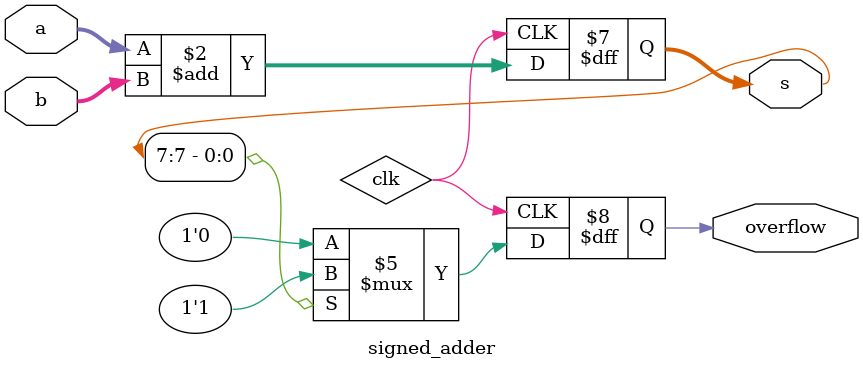
<source format=v>

module signed_adder(input [7:0] a,
    input [7:0] b,
    output [7:0] s,
    output overflow
); 

// The numbers a and b are added to the output s. 
// assign the occurence of the signed overflow of a and b to the output overflow.
// a signed overflow occurs if the most significant bits of a and b are low and the most significant bit of s is high
// a signed overflow may also occur if the most significant bits of a and b are high and the most significant bit of s is low


// The input a and b are unsigned. 
// The output s is signed. 
// The output overflow is unsigned. 

// The input a and b are unsigned. 
// The output s is signed. 
// The output overflow is unsigned. 

always @ (posedge clk)
begin
    s <= a + b;
    if (s[7] == 0)
        overflow <= 0;
    else
        overflow <= 1;
end

endmodule

</source>
